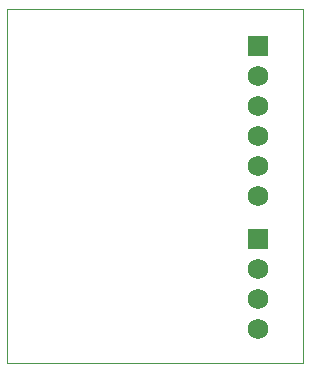
<source format=gbs>
G75*
%MOIN*%
%OFA0B0*%
%FSLAX25Y25*%
%IPPOS*%
%LPD*%
%AMOC8*
5,1,8,0,0,1.08239X$1,22.5*
%
%ADD10C,0.00000*%
%ADD11R,0.06900X0.06900*%
%ADD12C,0.06900*%
D10*
X0038526Y0009674D02*
X0038526Y0127784D01*
X0136951Y0127784D01*
X0136951Y0009674D01*
X0038526Y0009674D01*
D11*
X0121991Y0051013D03*
X0121991Y0115383D03*
D12*
X0121991Y0105383D03*
X0121991Y0095383D03*
X0121991Y0085383D03*
X0121991Y0075383D03*
X0121991Y0065383D03*
X0121991Y0041013D03*
X0121991Y0031013D03*
X0121991Y0021013D03*
M02*

</source>
